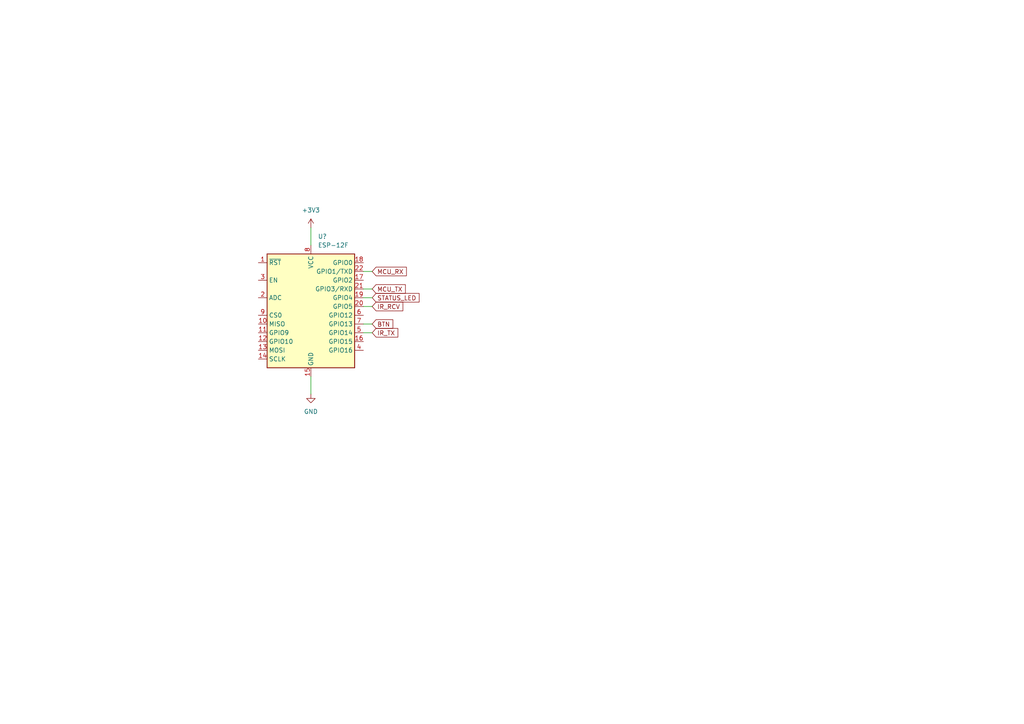
<source format=kicad_sch>
(kicad_sch (version 20211123) (generator eeschema)
  (paper "A4")
  (lib_symbols
    (symbol "RF_Module:ESP-12F"
      (property "Reference" "U" (at -12.7 19.05 0))
      (property "Value" "ESP-12F" (at 12.7 19.05 0))
      (symbol "ESP-12F_0_1"
        (rectangle (start -12.7 17.78) (end 12.7 -15.24) (stroke (width 0.254)) (fill (type background)))
      )
      (symbol "ESP-12F_1_1"
        (pin input line (at -15.24 15.24 0) (length 2.54) (name "~{RST}") (number "1"))
        (pin bidirectional line (at -15.24 -2.54 0) (length 2.54) (name "MISO") (number "10"))
        (pin bidirectional line (at -15.24 -5.08 0) (length 2.54) (name "GPIO9") (number "11"))
        (pin bidirectional line (at -15.24 -7.62 0) (length 2.54) (name "GPIO10") (number "12"))
        (pin bidirectional line (at -15.24 -10.16 0) (length 2.54) (name "MOSI") (number "13"))
        (pin bidirectional line (at -15.24 -12.7 0) (length 2.54) (name "SCLK") (number "14"))
        (pin power_in line (at 0 -17.78 90) (length 2.54) (name "GND") (number "15"))
        (pin bidirectional line (at 15.24 -7.62 180) (length 2.54) (name "GPIO15") (number "16"))
        (pin bidirectional line (at 15.24 10.16 180) (length 2.54) (name "GPIO2") (number "17"))
        (pin bidirectional line (at 15.24 15.24 180) (length 2.54) (name "GPIO0") (number "18"))
        (pin bidirectional line (at 15.24 5.08 180) (length 2.54) (name "GPIO4") (number "19"))
        (pin input line (at -15.24 5.08 0) (length 2.54) (name "ADC") (number "2"))
        (pin bidirectional line (at 15.24 2.54 180) (length 2.54) (name "GPIO5") (number "20"))
        (pin bidirectional line (at 15.24 7.62 180) (length 2.54) (name "GPIO3/RXD") (number "21"))
        (pin bidirectional line (at 15.24 12.7 180) (length 2.54) (name "GPIO1/TXD") (number "22"))
        (pin input line (at -15.24 10.16 0) (length 2.54) (name "EN") (number "3"))
        (pin bidirectional line (at 15.24 -10.16 180) (length 2.54) (name "GPIO16") (number "4"))
        (pin bidirectional line (at 15.24 -5.08 180) (length 2.54) (name "GPIO14") (number "5"))
        (pin bidirectional line (at 15.24 0 180) (length 2.54) (name "GPIO12") (number "6"))
        (pin bidirectional line (at 15.24 -2.54 180) (length 2.54) (name "GPIO13") (number "7"))
        (pin power_in line (at 0 20.32 270) (length 2.54) (name "VCC") (number "8"))
        (pin input line (at -15.24 0 0) (length 2.54) (name "CS0") (number "9"))
      )
    )
    (symbol "power:+3V3" (power) (pin_names (offset 0))
      (property "Value" "+3V3" (at 0 3.556 0))
      (symbol "+3V3_0_1"
        (polyline (pts (xy -0.762 1.27) (xy 0 2.54)))
        (polyline (pts (xy 0 0) (xy 0 2.54)))
        (polyline (pts (xy 0 2.54) (xy 0.762 1.27)))
      )
      (symbol "+3V3_1_1"
        (pin power_in line (at 0 0 90) (length 0) hide (name "+3V3") (number "1"))
      )
    )
    (symbol "power:GND" (power) (pin_names (offset 0))
      (property "Value" "GND" (at 0 -3.81 0))
      (symbol "GND_0_1"
        (polyline (pts (xy 0 0) (xy 0 -1.27) (xy 1.27 -1.27) (xy 0 -2.54) (xy -1.27 -1.27) (xy 0 -1.27)))
      )
      (symbol "GND_1_1"
        (pin power_in line (at 0 0 270) (length 0) hide (name "GND") (number "1"))
      )
    )
  )
  (wire (pts (xy 105.41 96.52) (xy 107.95 96.52)))
  (wire (pts (xy 105.41 93.98) (xy 107.95 93.98)))
  (wire (pts (xy 105.41 83.82) (xy 107.95 83.82)))
  (wire (pts (xy 90.17 66.04) (xy 90.17 71.12)))
  (wire (pts (xy 105.41 88.9) (xy 107.95 88.9)))
  (wire (pts (xy 90.17 109.22) (xy 90.17 114.3)))
  (wire (pts (xy 105.41 86.36) (xy 107.95 86.36)))
  (wire (pts (xy 105.41 78.74) (xy 107.95 78.74)))
  (global_label "IR_TX" (shape input) (at 107.95 96.52 0) (property "Intersheet References" "${INTERSHEET_REFS}" (effects hide)))
  (global_label "MCU_TX" (shape input) (at 107.95 83.82 0) (property "Intersheet References" "${INTERSHEET_REFS}" (effects hide)))
  (global_label "MCU_RX" (shape input) (at 107.95 78.74 0) (property "Intersheet References" "${INTERSHEET_REFS}" (effects hide)))
  (global_label "BTN" (shape input) (at 107.95 93.98 0) (property "Intersheet References" "${INTERSHEET_REFS}" (effects hide)))
  (global_label "STATUS_LED" (shape input) (at 107.95 86.36 0) (property "Intersheet References" "${INTERSHEET_REFS}" (effects hide)))
  (global_label "IR_RCV" (shape input) (at 107.95 88.9 0) (property "Intersheet References" "${INTERSHEET_REFS}" (effects hide)))
  (symbol (lib_id "RF_Module:ESP-12F") (at 90.17 91.44 0) (unit 1)
    (property "Reference" "U?" (at 92.1894 68.58 0) (effects (justify left)))
    (property "Value" "ESP-12F" (at 92.1894 71.12 0) (effects (justify left)))
    (property "Footprint" "RF_Module:ESP-12E" (effects hide))
    (property "Datasheet" "http://wiki.ai-thinker.com/_media/esp8266/esp8266_series_modules_user_manual_v1.1.pdf" (effects hide))
  )
  (symbol (lib_id "power:GND") (at 90.17 114.3 0) (unit 1)
    (property "Reference" "#PWR?" (effects hide))
    (property "Value" "GND" (at 90.17 119.38 0))
  )
  (symbol (lib_id "power:+3V3") (at 90.17 66.04 0) (unit 1)
    (property "Reference" "#PWR?" (effects hide))
    (property "Value" "+3V3" (at 90.17 60.96 0))
  )
)
</source>
